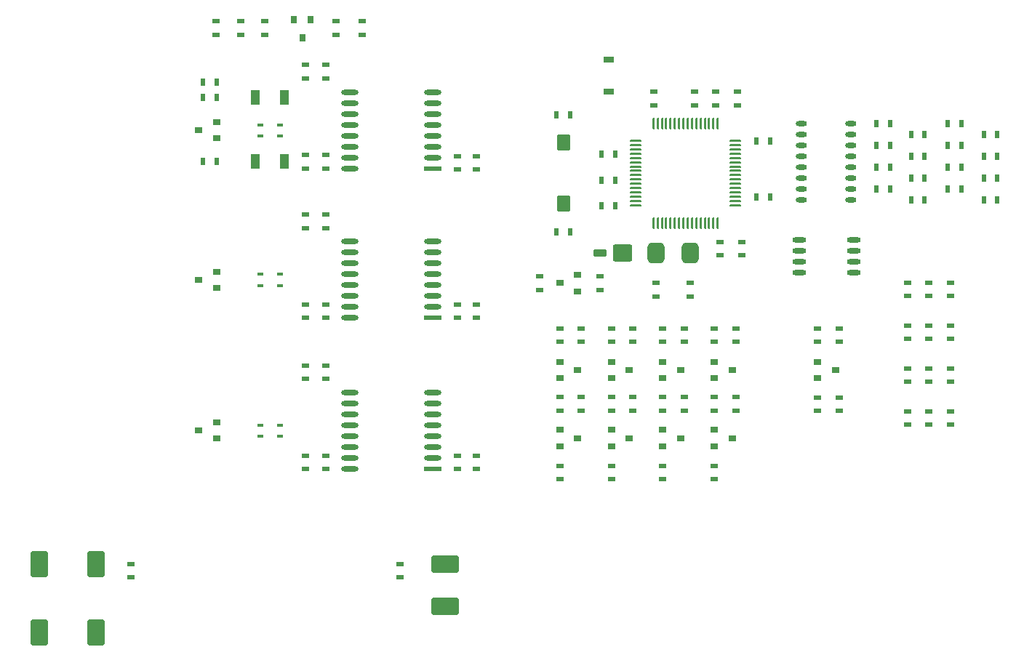
<source format=gtp>
G04*
G04 #@! TF.GenerationSoftware,Altium Limited,Altium Designer,22.2.1 (43)*
G04*
G04 Layer_Color=8421504*
%FSAX44Y44*%
%MOMM*%
G71*
G04*
G04 #@! TF.SameCoordinates,153B5C95-5CF5-4743-8735-2B8DBF92E26D*
G04*
G04*
G04 #@! TF.FilePolarity,Positive*
G04*
G01*
G75*
%ADD17R,0.7000X0.9000*%
%ADD18R,0.9000X0.6000*%
%ADD19O,0.2540X1.5000*%
%ADD20O,1.5000X0.2540*%
%ADD21R,0.6000X0.9000*%
%ADD22O,1.6000X0.6500*%
%ADD23O,1.3000X0.6000*%
G04:AMPARAMS|DCode=24|XSize=1.6mm|YSize=1.8mm|CornerRadius=0.16mm|HoleSize=0mm|Usage=FLASHONLY|Rotation=0.000|XOffset=0mm|YOffset=0mm|HoleType=Round|Shape=RoundedRectangle|*
%AMROUNDEDRECTD24*
21,1,1.6000,1.4800,0,0,0.0*
21,1,1.2800,1.8000,0,0,0.0*
1,1,0.3200,0.6400,-0.7400*
1,1,0.3200,-0.6400,-0.7400*
1,1,0.3200,-0.6400,0.7400*
1,1,0.3200,0.6400,0.7400*
%
%ADD24ROUNDEDRECTD24*%
G04:AMPARAMS|DCode=25|XSize=1.5mm|YSize=0.8mm|CornerRadius=0.08mm|HoleSize=0mm|Usage=FLASHONLY|Rotation=180.000|XOffset=0mm|YOffset=0mm|HoleType=Round|Shape=RoundedRectangle|*
%AMROUNDEDRECTD25*
21,1,1.5000,0.6400,0,0,180.0*
21,1,1.3400,0.8000,0,0,180.0*
1,1,0.1600,-0.6700,0.3200*
1,1,0.1600,0.6700,0.3200*
1,1,0.1600,0.6700,-0.3200*
1,1,0.1600,-0.6700,-0.3200*
%
%ADD25ROUNDEDRECTD25*%
G04:AMPARAMS|DCode=26|XSize=2.2mm|YSize=2mm|CornerRadius=0.2mm|HoleSize=0mm|Usage=FLASHONLY|Rotation=180.000|XOffset=0mm|YOffset=0mm|HoleType=Round|Shape=RoundedRectangle|*
%AMROUNDEDRECTD26*
21,1,2.2000,1.6000,0,0,180.0*
21,1,1.8000,2.0000,0,0,180.0*
1,1,0.4000,-0.9000,0.8000*
1,1,0.4000,0.9000,0.8000*
1,1,0.4000,0.9000,-0.8000*
1,1,0.4000,-0.9000,-0.8000*
%
%ADD26ROUNDEDRECTD26*%
%ADD27R,0.9000X0.7000*%
G04:AMPARAMS|DCode=28|XSize=2mm|YSize=2.4mm|CornerRadius=0.5mm|HoleSize=0mm|Usage=FLASHONLY|Rotation=180.000|XOffset=0mm|YOffset=0mm|HoleType=Round|Shape=RoundedRectangle|*
%AMROUNDEDRECTD28*
21,1,2.0000,1.4000,0,0,180.0*
21,1,1.0000,2.4000,0,0,180.0*
1,1,1.0000,-0.5000,0.7000*
1,1,1.0000,0.5000,0.7000*
1,1,1.0000,0.5000,-0.7000*
1,1,1.0000,-0.5000,-0.7000*
%
%ADD28ROUNDEDRECTD28*%
%ADD29R,0.8000X0.4000*%
%ADD30O,2.0000X0.6000*%
%ADD31R,2.0000X0.6000*%
%ADD32R,1.1000X1.7000*%
G04:AMPARAMS|DCode=33|XSize=2mm|YSize=3mm|CornerRadius=0.2mm|HoleSize=0mm|Usage=FLASHONLY|Rotation=180.000|XOffset=0mm|YOffset=0mm|HoleType=Round|Shape=RoundedRectangle|*
%AMROUNDEDRECTD33*
21,1,2.0000,2.6000,0,0,180.0*
21,1,1.6000,3.0000,0,0,180.0*
1,1,0.4000,-0.8000,1.3000*
1,1,0.4000,0.8000,1.3000*
1,1,0.4000,0.8000,-1.3000*
1,1,0.4000,-0.8000,-1.3000*
%
%ADD33ROUNDEDRECTD33*%
G04:AMPARAMS|DCode=34|XSize=2mm|YSize=3.2mm|CornerRadius=0.2mm|HoleSize=0mm|Usage=FLASHONLY|Rotation=90.000|XOffset=0mm|YOffset=0mm|HoleType=Round|Shape=RoundedRectangle|*
%AMROUNDEDRECTD34*
21,1,2.0000,2.8000,0,0,90.0*
21,1,1.6000,3.2000,0,0,90.0*
1,1,0.4000,1.4000,0.8000*
1,1,0.4000,1.4000,-0.8000*
1,1,0.4000,-1.4000,-0.8000*
1,1,0.4000,-1.4000,0.8000*
%
%ADD34ROUNDEDRECTD34*%
%ADD35R,1.2000X0.7000*%
D17*
X01078000Y01357000D02*
D03*
X01059000D02*
D03*
X01068500Y01336000D02*
D03*
D18*
X00968000Y01339200D02*
D03*
Y01354800D02*
D03*
X01025000Y01354800D02*
D03*
Y01339200D02*
D03*
X00997000Y01354800D02*
D03*
Y01339200D02*
D03*
X01108000Y01354800D02*
D03*
Y01339200D02*
D03*
X01138000D02*
D03*
Y01354800D02*
D03*
X01550000Y01272800D02*
D03*
Y01257200D02*
D03*
X01575000Y01272800D02*
D03*
Y01257200D02*
D03*
X01525000D02*
D03*
Y01272800D02*
D03*
X01477500Y01257200D02*
D03*
Y01272800D02*
D03*
X01345000Y01057800D02*
D03*
Y01042200D02*
D03*
X01415000Y01057800D02*
D03*
Y01042200D02*
D03*
X01580000Y01097800D02*
D03*
Y01082200D02*
D03*
X01555000Y01097800D02*
D03*
Y01082200D02*
D03*
X01520000Y01034700D02*
D03*
Y01050300D02*
D03*
X01480000Y01034700D02*
D03*
Y01050300D02*
D03*
X01096000Y00938450D02*
D03*
Y00954050D02*
D03*
Y00833651D02*
D03*
Y00849251D02*
D03*
X01072000Y00954050D02*
D03*
Y00938450D02*
D03*
Y00833651D02*
D03*
Y00849251D02*
D03*
X01271000Y01009401D02*
D03*
Y01025001D02*
D03*
X01249000Y01009401D02*
D03*
Y01025001D02*
D03*
X01271000Y00833651D02*
D03*
Y00849251D02*
D03*
X01249000Y00833651D02*
D03*
Y00849251D02*
D03*
X01271000Y01182450D02*
D03*
Y01198050D02*
D03*
X01249000D02*
D03*
Y01182450D02*
D03*
X01096000Y01304050D02*
D03*
Y01288450D02*
D03*
X01072000D02*
D03*
Y01304050D02*
D03*
X01096000Y01199251D02*
D03*
Y01183651D02*
D03*
X01072000Y01199251D02*
D03*
Y01183651D02*
D03*
X01096000Y01114200D02*
D03*
Y01129800D02*
D03*
X01072000D02*
D03*
Y01114200D02*
D03*
X01096000Y01009401D02*
D03*
Y01025001D02*
D03*
X01072000Y01009401D02*
D03*
Y01025001D02*
D03*
X00869000Y00707400D02*
D03*
Y00723000D02*
D03*
X01368250Y00837275D02*
D03*
Y00821675D02*
D03*
Y00981675D02*
D03*
Y00997275D02*
D03*
X01393250Y00901675D02*
D03*
Y00917275D02*
D03*
X01368250D02*
D03*
Y00901675D02*
D03*
X01393250Y00981675D02*
D03*
Y00997275D02*
D03*
X01668250Y00901075D02*
D03*
Y00916675D02*
D03*
X01693250Y00901075D02*
D03*
Y00916675D02*
D03*
Y00981675D02*
D03*
Y00997275D02*
D03*
X01668250Y00981675D02*
D03*
Y00997275D02*
D03*
X01548250Y00981675D02*
D03*
Y00997275D02*
D03*
Y00917275D02*
D03*
Y00901675D02*
D03*
Y00837275D02*
D03*
Y00821675D02*
D03*
X01573250Y00901675D02*
D03*
Y00917275D02*
D03*
Y00981675D02*
D03*
Y00997275D02*
D03*
X01488250Y00837275D02*
D03*
Y00821675D02*
D03*
Y00981675D02*
D03*
Y00997275D02*
D03*
Y00917275D02*
D03*
Y00901675D02*
D03*
X01513250D02*
D03*
Y00917275D02*
D03*
Y00981675D02*
D03*
Y00997275D02*
D03*
X01773000Y01050600D02*
D03*
Y01035000D02*
D03*
X01823000Y01050600D02*
D03*
Y01035000D02*
D03*
X01798000D02*
D03*
Y01050600D02*
D03*
X01773000Y01000600D02*
D03*
Y00985000D02*
D03*
X01823000Y01000600D02*
D03*
Y00985000D02*
D03*
X01798000D02*
D03*
Y01000600D02*
D03*
X01773000Y00950600D02*
D03*
Y00935000D02*
D03*
X01823000Y00950600D02*
D03*
Y00935000D02*
D03*
X01798000D02*
D03*
Y00950600D02*
D03*
X01823000Y00900600D02*
D03*
Y00885000D02*
D03*
X01798000D02*
D03*
Y00900600D02*
D03*
X01773000D02*
D03*
Y00885000D02*
D03*
X01453250Y00901675D02*
D03*
Y00917275D02*
D03*
X01428250Y00837275D02*
D03*
Y00821675D02*
D03*
Y00917275D02*
D03*
Y00901675D02*
D03*
Y00981675D02*
D03*
Y00997275D02*
D03*
X01453250Y00981675D02*
D03*
Y00997275D02*
D03*
X01182000Y00707400D02*
D03*
Y00723000D02*
D03*
D19*
X01552500Y01119926D02*
D03*
X01547500D02*
D03*
X01542500D02*
D03*
X01537500D02*
D03*
X01532500D02*
D03*
X01527500D02*
D03*
X01522500D02*
D03*
X01517500D02*
D03*
X01512500D02*
D03*
X01507500D02*
D03*
X01502500D02*
D03*
X01497500D02*
D03*
X01492500D02*
D03*
X01487500D02*
D03*
X01482500D02*
D03*
X01477500D02*
D03*
X01552500Y01235926D02*
D03*
X01547500D02*
D03*
X01542500D02*
D03*
X01537500D02*
D03*
X01532500D02*
D03*
X01527500D02*
D03*
X01522500D02*
D03*
X01517500D02*
D03*
X01512500D02*
D03*
X01507500D02*
D03*
X01502500D02*
D03*
X01497500D02*
D03*
X01492500D02*
D03*
X01487500D02*
D03*
X01482500D02*
D03*
X01477500D02*
D03*
D20*
X01573000Y01140426D02*
D03*
Y01145426D02*
D03*
Y01150426D02*
D03*
Y01155426D02*
D03*
Y01160426D02*
D03*
Y01165426D02*
D03*
Y01170426D02*
D03*
Y01175426D02*
D03*
Y01180426D02*
D03*
Y01215426D02*
D03*
Y01210426D02*
D03*
Y01205426D02*
D03*
Y01200426D02*
D03*
Y01195426D02*
D03*
Y01190426D02*
D03*
Y01185426D02*
D03*
X01457000Y01140426D02*
D03*
Y01150426D02*
D03*
Y01155426D02*
D03*
Y01160426D02*
D03*
Y01165426D02*
D03*
Y01170426D02*
D03*
Y01175426D02*
D03*
Y01145426D02*
D03*
Y01180426D02*
D03*
Y01215426D02*
D03*
Y01210426D02*
D03*
Y01205426D02*
D03*
Y01200426D02*
D03*
Y01195426D02*
D03*
Y01190426D02*
D03*
Y01185426D02*
D03*
D21*
X01597200Y01215426D02*
D03*
X01612800D02*
D03*
X01432800Y01200000D02*
D03*
X01417200D02*
D03*
X01432800Y01170000D02*
D03*
X01417200D02*
D03*
X01432800Y01140426D02*
D03*
X01417200D02*
D03*
X01364700Y01109926D02*
D03*
X01380300D02*
D03*
X00968750Y01284500D02*
D03*
X00953150D02*
D03*
X00968750Y01266250D02*
D03*
X00953150D02*
D03*
Y01191451D02*
D03*
X00968750D02*
D03*
X01792800Y01223100D02*
D03*
X01777200D02*
D03*
X01752800Y01235800D02*
D03*
X01737200D02*
D03*
X01792800Y01197700D02*
D03*
X01777200D02*
D03*
X01792800Y01146900D02*
D03*
X01777200D02*
D03*
X01835600Y01185000D02*
D03*
X01820000D02*
D03*
X01877800Y01172300D02*
D03*
X01862200D02*
D03*
X01835600Y01159600D02*
D03*
X01820000D02*
D03*
X01877800Y01223100D02*
D03*
X01862200D02*
D03*
X01835600Y01235800D02*
D03*
X01820000D02*
D03*
X01877800Y01197700D02*
D03*
X01862200D02*
D03*
X01835600Y01210400D02*
D03*
X01820000D02*
D03*
X01752800Y01159600D02*
D03*
X01737200D02*
D03*
X01792800Y01172300D02*
D03*
X01777200D02*
D03*
X01752800Y01185000D02*
D03*
X01737200D02*
D03*
X01752800Y01210400D02*
D03*
X01737200D02*
D03*
X01877800Y01146900D02*
D03*
X01862200D02*
D03*
X01612800Y01150426D02*
D03*
X01597200D02*
D03*
X01364700Y01245926D02*
D03*
X01380300D02*
D03*
D22*
X01646750Y01087700D02*
D03*
Y01100400D02*
D03*
Y01075000D02*
D03*
Y01062300D02*
D03*
X01710750D02*
D03*
X01710750Y01100400D02*
D03*
Y01087700D02*
D03*
Y01075000D02*
D03*
D23*
X01650000Y01146900D02*
D03*
Y01159600D02*
D03*
Y01172300D02*
D03*
Y01185000D02*
D03*
Y01197700D02*
D03*
Y01210400D02*
D03*
Y01223100D02*
D03*
Y01235800D02*
D03*
X01707500D02*
D03*
Y01223100D02*
D03*
Y01210400D02*
D03*
Y01197700D02*
D03*
Y01185000D02*
D03*
Y01172300D02*
D03*
Y01159600D02*
D03*
Y01146900D02*
D03*
D24*
X01372500Y01213551D02*
D03*
Y01142301D02*
D03*
D25*
X01415000Y01085000D02*
D03*
D26*
X01441000D02*
D03*
D27*
X01389250Y01040500D02*
D03*
Y01059500D02*
D03*
X01368250Y01050000D02*
D03*
X00947750Y01053847D02*
D03*
X00968750Y01063347D02*
D03*
Y01044347D02*
D03*
X00947750Y00878313D02*
D03*
X00968750Y00887813D02*
D03*
Y00868813D02*
D03*
X00947750Y01228002D02*
D03*
X00968750Y01237502D02*
D03*
Y01218502D02*
D03*
X01389250Y00869475D02*
D03*
X01368250Y00859975D02*
D03*
Y00878975D02*
D03*
X01389250Y00948975D02*
D03*
X01368250Y00939475D02*
D03*
Y00958475D02*
D03*
X01689250Y00948975D02*
D03*
X01668250Y00939475D02*
D03*
Y00958475D02*
D03*
X01569250Y00869475D02*
D03*
X01548250Y00859975D02*
D03*
Y00878975D02*
D03*
X01569250Y00948975D02*
D03*
X01548250Y00939475D02*
D03*
Y00958475D02*
D03*
X01509250Y00948975D02*
D03*
X01488250Y00939475D02*
D03*
Y00958475D02*
D03*
X01509250Y00869475D02*
D03*
X01488250Y00859975D02*
D03*
Y00878975D02*
D03*
X01449250Y00948975D02*
D03*
X01428250Y00939475D02*
D03*
Y00958475D02*
D03*
X01449250Y00869475D02*
D03*
X01428250Y00859975D02*
D03*
Y00878975D02*
D03*
D28*
X01480000Y01085000D02*
D03*
X01520000D02*
D03*
D29*
X01019500Y01060250D02*
D03*
X01042500D02*
D03*
X01019500Y01047250D02*
D03*
X01042500D02*
D03*
X01019500Y00884717D02*
D03*
X01042500D02*
D03*
X01019500Y00871717D02*
D03*
X01042500D02*
D03*
X01019500Y01234405D02*
D03*
X01042500D02*
D03*
X01019500Y01221405D02*
D03*
X01042500D02*
D03*
D30*
X01124100Y00884451D02*
D03*
Y00897151D02*
D03*
Y00909851D02*
D03*
X01220100Y00884451D02*
D03*
Y00897151D02*
D03*
X01124100Y00871751D02*
D03*
X01124100Y00859051D02*
D03*
X01124100Y00846351D02*
D03*
X01220100Y00909851D02*
D03*
Y00846351D02*
D03*
Y00871751D02*
D03*
Y00859051D02*
D03*
X01124100Y00833651D02*
D03*
X01220100Y00922551D02*
D03*
X01124100D02*
D03*
X01124100Y01060201D02*
D03*
Y01072901D02*
D03*
Y01085601D02*
D03*
X01220100Y01060201D02*
D03*
Y01072901D02*
D03*
X01124100Y01047501D02*
D03*
X01124100Y01034801D02*
D03*
X01124100Y01022101D02*
D03*
X01220100Y01085601D02*
D03*
Y01022101D02*
D03*
Y01047501D02*
D03*
Y01034801D02*
D03*
X01124100Y01009401D02*
D03*
X01220100Y01098301D02*
D03*
X01124100D02*
D03*
Y01272551D02*
D03*
X01220100D02*
D03*
X01124100Y01183651D02*
D03*
X01220100Y01209051D02*
D03*
Y01221751D02*
D03*
Y01196351D02*
D03*
Y01259851D02*
D03*
X01124100Y01196351D02*
D03*
X01124100Y01209051D02*
D03*
X01124100Y01221751D02*
D03*
X01220100Y01247151D02*
D03*
Y01234451D02*
D03*
X01124100Y01259851D02*
D03*
Y01247151D02*
D03*
Y01234451D02*
D03*
D31*
X01220100Y00833651D02*
D03*
Y01009401D02*
D03*
Y01183651D02*
D03*
D32*
X01014000Y01266250D02*
D03*
X01048000D02*
D03*
Y01191451D02*
D03*
X01014000D02*
D03*
D33*
X00828000Y00643000D02*
D03*
X00762000D02*
D03*
Y00723000D02*
D03*
X00828000D02*
D03*
D34*
X01235000D02*
D03*
Y00673250D02*
D03*
D35*
X01425125Y01273000D02*
D03*
Y01310000D02*
D03*
M02*

</source>
